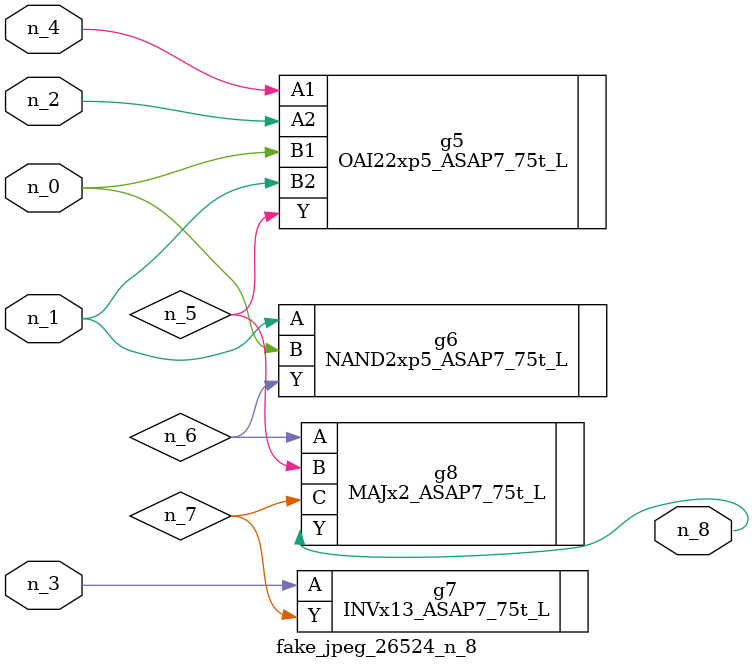
<source format=v>
module fake_jpeg_26524_n_8 (n_3, n_2, n_1, n_0, n_4, n_8);

input n_3;
input n_2;
input n_1;
input n_0;
input n_4;

output n_8;

wire n_6;
wire n_5;
wire n_7;

OAI22xp5_ASAP7_75t_L g5 ( 
.A1(n_4),
.A2(n_2),
.B1(n_0),
.B2(n_1),
.Y(n_5)
);

NAND2xp5_ASAP7_75t_L g6 ( 
.A(n_1),
.B(n_0),
.Y(n_6)
);

INVx13_ASAP7_75t_L g7 ( 
.A(n_3),
.Y(n_7)
);

MAJx2_ASAP7_75t_L g8 ( 
.A(n_6),
.B(n_5),
.C(n_7),
.Y(n_8)
);


endmodule
</source>
